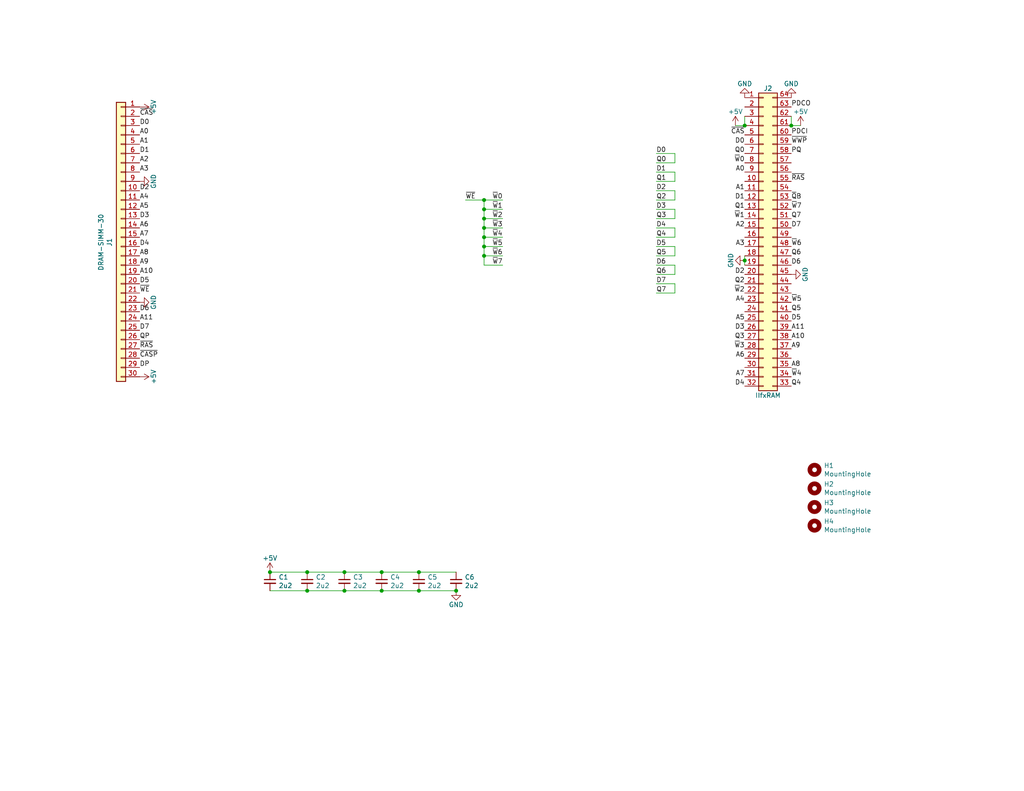
<source format=kicad_sch>
(kicad_sch (version 20211123) (generator eeschema)
  (paper "USLetter")
  (title_block (title "GW4192A") (date "2021-06-19") (rev "1.0") (company "Garrett's Workshop"))
  (lib_symbols
    (symbol "Connector_Generic:Conn_01x30" (pin_names (offset 1.016) hide)
      (property "Reference" "J" (at 0 38.1 0))
      (property "Value" "Conn_01x30" (at 0 -40.64 0))
      (symbol "Conn_01x30_1_1"
        (rectangle (start -1.27 -37.973) (end 0 -38.227) (stroke (width 0.1524)))
        (rectangle (start -1.27 -35.433) (end 0 -35.687) (stroke (width 0.1524)))
        (rectangle (start -1.27 -32.893) (end 0 -33.147) (stroke (width 0.1524)))
        (rectangle (start -1.27 -30.353) (end 0 -30.607) (stroke (width 0.1524)))
        (rectangle (start -1.27 -27.813) (end 0 -28.067) (stroke (width 0.1524)))
        (rectangle (start -1.27 -25.273) (end 0 -25.527) (stroke (width 0.1524)))
        (rectangle (start -1.27 -22.733) (end 0 -22.987) (stroke (width 0.1524)))
        (rectangle (start -1.27 -20.193) (end 0 -20.447) (stroke (width 0.1524)))
        (rectangle (start -1.27 -17.653) (end 0 -17.907) (stroke (width 0.1524)))
        (rectangle (start -1.27 -15.113) (end 0 -15.367) (stroke (width 0.1524)))
        (rectangle (start -1.27 -12.573) (end 0 -12.827) (stroke (width 0.1524)))
        (rectangle (start -1.27 -10.033) (end 0 -10.287) (stroke (width 0.1524)))
        (rectangle (start -1.27 -7.493) (end 0 -7.747) (stroke (width 0.1524)))
        (rectangle (start -1.27 -4.953) (end 0 -5.207) (stroke (width 0.1524)))
        (rectangle (start -1.27 -2.413) (end 0 -2.667) (stroke (width 0.1524)))
        (rectangle (start -1.27 0.127) (end 0 -0.127) (stroke (width 0.1524)))
        (rectangle (start -1.27 2.667) (end 0 2.413) (stroke (width 0.1524)))
        (rectangle (start -1.27 5.207) (end 0 4.953) (stroke (width 0.1524)))
        (rectangle (start -1.27 7.747) (end 0 7.493) (stroke (width 0.1524)))
        (rectangle (start -1.27 10.287) (end 0 10.033) (stroke (width 0.1524)))
        (rectangle (start -1.27 12.827) (end 0 12.573) (stroke (width 0.1524)))
        (rectangle (start -1.27 15.367) (end 0 15.113) (stroke (width 0.1524)))
        (rectangle (start -1.27 17.907) (end 0 17.653) (stroke (width 0.1524)))
        (rectangle (start -1.27 20.447) (end 0 20.193) (stroke (width 0.1524)))
        (rectangle (start -1.27 22.987) (end 0 22.733) (stroke (width 0.1524)))
        (rectangle (start -1.27 25.527) (end 0 25.273) (stroke (width 0.1524)))
        (rectangle (start -1.27 28.067) (end 0 27.813) (stroke (width 0.1524)))
        (rectangle (start -1.27 30.607) (end 0 30.353) (stroke (width 0.1524)))
        (rectangle (start -1.27 33.147) (end 0 32.893) (stroke (width 0.1524)))
        (rectangle (start -1.27 35.687) (end 0 35.433) (stroke (width 0.1524)))
        (rectangle (start -1.27 36.83) (end 1.27 -39.37) (stroke (width 0.254)) (fill (type background)))
        (pin passive line (at -5.08 35.56 0) (length 3.81) (name "Pin_1") (number "1"))
        (pin passive line (at -5.08 12.7 0) (length 3.81) (name "Pin_10") (number "10"))
        (pin passive line (at -5.08 10.16 0) (length 3.81) (name "Pin_11") (number "11"))
        (pin passive line (at -5.08 7.62 0) (length 3.81) (name "Pin_12") (number "12"))
        (pin passive line (at -5.08 5.08 0) (length 3.81) (name "Pin_13") (number "13"))
        (pin passive line (at -5.08 2.54 0) (length 3.81) (name "Pin_14") (number "14"))
        (pin passive line (at -5.08 0 0) (length 3.81) (name "Pin_15") (number "15"))
        (pin passive line (at -5.08 -2.54 0) (length 3.81) (name "Pin_16") (number "16"))
        (pin passive line (at -5.08 -5.08 0) (length 3.81) (name "Pin_17") (number "17"))
        (pin passive line (at -5.08 -7.62 0) (length 3.81) (name "Pin_18") (number "18"))
        (pin passive line (at -5.08 -10.16 0) (length 3.81) (name "Pin_19") (number "19"))
        (pin passive line (at -5.08 33.02 0) (length 3.81) (name "Pin_2") (number "2"))
        (pin passive line (at -5.08 -12.7 0) (length 3.81) (name "Pin_20") (number "20"))
        (pin passive line (at -5.08 -15.24 0) (length 3.81) (name "Pin_21") (number "21"))
        (pin passive line (at -5.08 -17.78 0) (length 3.81) (name "Pin_22") (number "22"))
        (pin passive line (at -5.08 -20.32 0) (length 3.81) (name "Pin_23") (number "23"))
        (pin passive line (at -5.08 -22.86 0) (length 3.81) (name "Pin_24") (number "24"))
        (pin passive line (at -5.08 -25.4 0) (length 3.81) (name "Pin_25") (number "25"))
        (pin passive line (at -5.08 -27.94 0) (length 3.81) (name "Pin_26") (number "26"))
        (pin passive line (at -5.08 -30.48 0) (length 3.81) (name "Pin_27") (number "27"))
        (pin passive line (at -5.08 -33.02 0) (length 3.81) (name "Pin_28") (number "28"))
        (pin passive line (at -5.08 -35.56 0) (length 3.81) (name "Pin_29") (number "29"))
        (pin passive line (at -5.08 30.48 0) (length 3.81) (name "Pin_3") (number "3"))
        (pin passive line (at -5.08 -38.1 0) (length 3.81) (name "Pin_30") (number "30"))
        (pin passive line (at -5.08 27.94 0) (length 3.81) (name "Pin_4") (number "4"))
        (pin passive line (at -5.08 25.4 0) (length 3.81) (name "Pin_5") (number "5"))
        (pin passive line (at -5.08 22.86 0) (length 3.81) (name "Pin_6") (number "6"))
        (pin passive line (at -5.08 20.32 0) (length 3.81) (name "Pin_7") (number "7"))
        (pin passive line (at -5.08 17.78 0) (length 3.81) (name "Pin_8") (number "8"))
        (pin passive line (at -5.08 15.24 0) (length 3.81) (name "Pin_9") (number "9"))
      )
    )
    (symbol "Connector_Generic:Conn_02x32_Counter_Clockwise" (pin_names (offset 1.016) hide)
      (property "Reference" "J" (at 1.27 40.64 0))
      (property "Value" "Conn_02x32_Counter_Clockwise" (at 1.27 -43.18 0))
      (symbol "Conn_02x32_Counter_Clockwise_1_1"
        (rectangle (start -1.27 -40.513) (end 0 -40.767) (stroke (width 0.1524)))
        (rectangle (start -1.27 -37.973) (end 0 -38.227) (stroke (width 0.1524)))
        (rectangle (start -1.27 -35.433) (end 0 -35.687) (stroke (width 0.1524)))
        (rectangle (start -1.27 -32.893) (end 0 -33.147) (stroke (width 0.1524)))
        (rectangle (start -1.27 -30.353) (end 0 -30.607) (stroke (width 0.1524)))
        (rectangle (start -1.27 -27.813) (end 0 -28.067) (stroke (width 0.1524)))
        (rectangle (start -1.27 -25.273) (end 0 -25.527) (stroke (width 0.1524)))
        (rectangle (start -1.27 -22.733) (end 0 -22.987) (stroke (width 0.1524)))
        (rectangle (start -1.27 -20.193) (end 0 -20.447) (stroke (width 0.1524)))
        (rectangle (start -1.27 -17.653) (end 0 -17.907) (stroke (width 0.1524)))
        (rectangle (start -1.27 -15.113) (end 0 -15.367) (stroke (width 0.1524)))
        (rectangle (start -1.27 -12.573) (end 0 -12.827) (stroke (width 0.1524)))
        (rectangle (start -1.27 -10.033) (end 0 -10.287) (stroke (width 0.1524)))
        (rectangle (start -1.27 -7.493) (end 0 -7.747) (stroke (width 0.1524)))
        (rectangle (start -1.27 -4.953) (end 0 -5.207) (stroke (width 0.1524)))
        (rectangle (start -1.27 -2.413) (end 0 -2.667) (stroke (width 0.1524)))
        (rectangle (start -1.27 0.127) (end 0 -0.127) (stroke (width 0.1524)))
        (rectangle (start -1.27 2.667) (end 0 2.413) (stroke (width 0.1524)))
        (rectangle (start -1.27 5.207) (end 0 4.953) (stroke (width 0.1524)))
        (rectangle (start -1.27 7.747) (end 0 7.493) (stroke (width 0.1524)))
        (rectangle (start -1.27 10.287) (end 0 10.033) (stroke (width 0.1524)))
        (rectangle (start -1.27 12.827) (end 0 12.573) (stroke (width 0.1524)))
        (rectangle (start -1.27 15.367) (end 0 15.113) (stroke (width 0.1524)))
        (rectangle (start -1.27 17.907) (end 0 17.653) (stroke (width 0.1524)))
        (rectangle (start -1.27 20.447) (end 0 20.193) (stroke (width 0.1524)))
        (rectangle (start -1.27 22.987) (end 0 22.733) (stroke (width 0.1524)))
        (rectangle (start -1.27 25.527) (end 0 25.273) (stroke (width 0.1524)))
        (rectangle (start -1.27 28.067) (end 0 27.813) (stroke (width 0.1524)))
        (rectangle (start -1.27 30.607) (end 0 30.353) (stroke (width 0.1524)))
        (rectangle (start -1.27 33.147) (end 0 32.893) (stroke (width 0.1524)))
        (rectangle (start -1.27 35.687) (end 0 35.433) (stroke (width 0.1524)))
        (rectangle (start -1.27 38.227) (end 0 37.973) (stroke (width 0.1524)))
        (rectangle (start -1.27 39.37) (end 3.81 -41.91) (stroke (width 0.254)) (fill (type background)))
        (rectangle (start 3.81 -40.513) (end 2.54 -40.767) (stroke (width 0.1524)))
        (rectangle (start 3.81 -37.973) (end 2.54 -38.227) (stroke (width 0.1524)))
        (rectangle (start 3.81 -35.433) (end 2.54 -35.687) (stroke (width 0.1524)))
        (rectangle (start 3.81 -32.893) (end 2.54 -33.147) (stroke (width 0.1524)))
        (rectangle (start 3.81 -30.353) (end 2.54 -30.607) (stroke (width 0.1524)))
        (rectangle (start 3.81 -27.813) (end 2.54 -28.067) (stroke (width 0.1524)))
        (rectangle (start 3.81 -25.273) (end 2.54 -25.527) (stroke (width 0.1524)))
        (rectangle (start 3.81 -22.733) (end 2.54 -22.987) (stroke (width 0.1524)))
        (rectangle (start 3.81 -20.193) (end 2.54 -20.447) (stroke (width 0.1524)))
        (rectangle (start 3.81 -17.653) (end 2.54 -17.907) (stroke (width 0.1524)))
        (rectangle (start 3.81 -15.113) (end 2.54 -15.367) (stroke (width 0.1524)))
        (rectangle (start 3.81 -12.573) (end 2.54 -12.827) (stroke (width 0.1524)))
        (rectangle (start 3.81 -10.033) (end 2.54 -10.287) (stroke (width 0.1524)))
        (rectangle (start 3.81 -7.493) (end 2.54 -7.747) (stroke (width 0.1524)))
        (rectangle (start 3.81 -4.953) (end 2.54 -5.207) (stroke (width 0.1524)))
        (rectangle (start 3.81 -2.413) (end 2.54 -2.667) (stroke (width 0.1524)))
        (rectangle (start 3.81 0.127) (end 2.54 -0.127) (stroke (width 0.1524)))
        (rectangle (start 3.81 2.667) (end 2.54 2.413) (stroke (width 0.1524)))
        (rectangle (start 3.81 5.207) (end 2.54 4.953) (stroke (width 0.1524)))
        (rectangle (start 3.81 7.747) (end 2.54 7.493) (stroke (width 0.1524)))
        (rectangle (start 3.81 10.287) (end 2.54 10.033) (stroke (width 0.1524)))
        (rectangle (start 3.81 12.827) (end 2.54 12.573) (stroke (width 0.1524)))
        (rectangle (start 3.81 15.367) (end 2.54 15.113) (stroke (width 0.1524)))
        (rectangle (start 3.81 17.907) (end 2.54 17.653) (stroke (width 0.1524)))
        (rectangle (start 3.81 20.447) (end 2.54 20.193) (stroke (width 0.1524)))
        (rectangle (start 3.81 22.987) (end 2.54 22.733) (stroke (width 0.1524)))
        (rectangle (start 3.81 25.527) (end 2.54 25.273) (stroke (width 0.1524)))
        (rectangle (start 3.81 28.067) (end 2.54 27.813) (stroke (width 0.1524)))
        (rectangle (start 3.81 30.607) (end 2.54 30.353) (stroke (width 0.1524)))
        (rectangle (start 3.81 33.147) (end 2.54 32.893) (stroke (width 0.1524)))
        (rectangle (start 3.81 35.687) (end 2.54 35.433) (stroke (width 0.1524)))
        (rectangle (start 3.81 38.227) (end 2.54 37.973) (stroke (width 0.1524)))
        (pin passive line (at -5.08 38.1 0) (length 3.81) (name "Pin_1") (number "1"))
        (pin passive line (at -5.08 15.24 0) (length 3.81) (name "Pin_10") (number "10"))
        (pin passive line (at -5.08 12.7 0) (length 3.81) (name "Pin_11") (number "11"))
        (pin passive line (at -5.08 10.16 0) (length 3.81) (name "Pin_12") (number "12"))
        (pin passive line (at -5.08 7.62 0) (length 3.81) (name "Pin_13") (number "13"))
        (pin passive line (at -5.08 5.08 0) (length 3.81) (name "Pin_14") (number "14"))
        (pin passive line (at -5.08 2.54 0) (length 3.81) (name "Pin_15") (number "15"))
        (pin passive line (at -5.08 0 0) (length 3.81) (name "Pin_16") (number "16"))
        (pin passive line (at -5.08 -2.54 0) (length 3.81) (name "Pin_17") (number "17"))
        (pin passive line (at -5.08 -5.08 0) (length 3.81) (name "Pin_18") (number "18"))
        (pin passive line (at -5.08 -7.62 0) (length 3.81) (name "Pin_19") (number "19"))
        (pin passive line (at -5.08 35.56 0) (length 3.81) (name "Pin_2") (number "2"))
        (pin passive line (at -5.08 -10.16 0) (length 3.81) (name "Pin_20") (number "20"))
        (pin passive line (at -5.08 -12.7 0) (length 3.81) (name "Pin_21") (number "21"))
        (pin passive line (at -5.08 -15.24 0) (length 3.81) (name "Pin_22") (number "22"))
        (pin passive line (at -5.08 -17.78 0) (length 3.81) (name "Pin_23") (number "23"))
        (pin passive line (at -5.08 -20.32 0) (length 3.81) (name "Pin_24") (number "24"))
        (pin passive line (at -5.08 -22.86 0) (length 3.81) (name "Pin_25") (number "25"))
        (pin passive line (at -5.08 -25.4 0) (length 3.81) (name "Pin_26") (number "26"))
        (pin passive line (at -5.08 -27.94 0) (length 3.81) (name "Pin_27") (number "27"))
        (pin passive line (at -5.08 -30.48 0) (length 3.81) (name "Pin_28") (number "28"))
        (pin passive line (at -5.08 -33.02 0) (length 3.81) (name "Pin_29") (number "29"))
        (pin passive line (at -5.08 33.02 0) (length 3.81) (name "Pin_3") (number "3"))
        (pin passive line (at -5.08 -35.56 0) (length 3.81) (name "Pin_30") (number "30"))
        (pin passive line (at -5.08 -38.1 0) (length 3.81) (name "Pin_31") (number "31"))
        (pin passive line (at -5.08 -40.64 0) (length 3.81) (name "Pin_32") (number "32"))
        (pin passive line (at 7.62 -40.64 180) (length 3.81) (name "Pin_33") (number "33"))
        (pin passive line (at 7.62 -38.1 180) (length 3.81) (name "Pin_34") (number "34"))
        (pin passive line (at 7.62 -35.56 180) (length 3.81) (name "Pin_35") (number "35"))
        (pin passive line (at 7.62 -33.02 180) (length 3.81) (name "Pin_36") (number "36"))
        (pin passive line (at 7.62 -30.48 180) (length 3.81) (name "Pin_37") (number "37"))
        (pin passive line (at 7.62 -27.94 180) (length 3.81) (name "Pin_38") (number "38"))
        (pin passive line (at 7.62 -25.4 180) (length 3.81) (name "Pin_39") (number "39"))
        (pin passive line (at -5.08 30.48 0) (length 3.81) (name "Pin_4") (number "4"))
        (pin passive line (at 7.62 -22.86 180) (length 3.81) (name "Pin_40") (number "40"))
        (pin passive line (at 7.62 -20.32 180) (length 3.81) (name "Pin_41") (number "41"))
        (pin passive line (at 7.62 -17.78 180) (length 3.81) (name "Pin_42") (number "42"))
        (pin passive line (at 7.62 -15.24 180) (length 3.81) (name "Pin_43") (number "43"))
        (pin passive line (at 7.62 -12.7 180) (length 3.81) (name "Pin_44") (number "44"))
        (pin passive line (at 7.62 -10.16 180) (length 3.81) (name "Pin_45") (number "45"))
        (pin passive line (at 7.62 -7.62 180) (length 3.81) (name "Pin_46") (number "46"))
        (pin passive line (at 7.62 -5.08 180) (length 3.81) (name "Pin_47") (number "47"))
        (pin passive line (at 7.62 -2.54 180) (length 3.81) (name "Pin_48") (number "48"))
        (pin passive line (at 7.62 0 180) (length 3.81) (name "Pin_49") (number "49"))
        (pin passive line (at -5.08 27.94 0) (length 3.81) (name "Pin_5") (number "5"))
        (pin passive line (at 7.62 2.54 180) (length 3.81) (name "Pin_50") (number "50"))
        (pin passive line (at 7.62 5.08 180) (length 3.81) (name "Pin_51") (number "51"))
        (pin passive line (at 7.62 7.62 180) (length 3.81) (name "Pin_52") (number "52"))
        (pin passive line (at 7.62 10.16 180) (length 3.81) (name "Pin_53") (number "53"))
        (pin passive line (at 7.62 12.7 180) (length 3.81) (name "Pin_54") (number "54"))
        (pin passive line (at 7.62 15.24 180) (length 3.81) (name "Pin_55") (number "55"))
        (pin passive line (at 7.62 17.78 180) (length 3.81) (name "Pin_56") (number "56"))
        (pin passive line (at 7.62 20.32 180) (length 3.81) (name "Pin_57") (number "57"))
        (pin passive line (at 7.62 22.86 180) (length 3.81) (name "Pin_58") (number "58"))
        (pin passive line (at 7.62 25.4 180) (length 3.81) (name "Pin_59") (number "59"))
        (pin passive line (at -5.08 25.4 0) (length 3.81) (name "Pin_6") (number "6"))
        (pin passive line (at 7.62 27.94 180) (length 3.81) (name "Pin_60") (number "60"))
        (pin passive line (at 7.62 30.48 180) (length 3.81) (name "Pin_61") (number "61"))
        (pin passive line (at 7.62 33.02 180) (length 3.81) (name "Pin_62") (number "62"))
        (pin passive line (at 7.62 35.56 180) (length 3.81) (name "Pin_63") (number "63"))
        (pin passive line (at 7.62 38.1 180) (length 3.81) (name "Pin_64") (number "64"))
        (pin passive line (at -5.08 22.86 0) (length 3.81) (name "Pin_7") (number "7"))
        (pin passive line (at -5.08 20.32 0) (length 3.81) (name "Pin_8") (number "8"))
        (pin passive line (at -5.08 17.78 0) (length 3.81) (name "Pin_9") (number "9"))
      )
    )
    (symbol "Device:C_Small" (pin_numbers hide) (pin_names (offset 0.254) hide)
      (property "Reference" "C" (at 0.254 1.778 0))
      (property "Value" "C_Small" (at 0.254 -2.032 0))
      (symbol "C_Small_0_1"
        (polyline (pts (xy -1.524 -0.508) (xy 1.524 -0.508)) (stroke (width 0.3302)))
        (polyline (pts (xy -1.524 0.508) (xy 1.524 0.508)) (stroke (width 0.3048)))
      )
      (symbol "C_Small_1_1"
        (pin passive line (at 0 2.54 270) (length 2.032) (name "~") (number "1"))
        (pin passive line (at 0 -2.54 90) (length 2.032) (name "~") (number "2"))
      )
    )
    (symbol "Mechanical:MountingHole" (pin_names (offset 1.016))
      (property "Reference" "H" (at 0 5.08 0))
      (property "Value" "MountingHole" (at 0 3.175 0))
      (symbol "MountingHole_0_1"
        (circle (center 0 0) (radius 1.27) (stroke (width 1.27)))
      )
    )
    (symbol "power:+5V" (power) (pin_names (offset 0))
      (property "Value" "+5V" (at 0 3.556 0))
      (symbol "+5V_0_1"
        (polyline (pts (xy -0.762 1.27) (xy 0 2.54)))
        (polyline (pts (xy 0 0) (xy 0 2.54)))
        (polyline (pts (xy 0 2.54) (xy 0.762 1.27)))
      )
      (symbol "+5V_1_1"
        (pin power_in line (at 0 0 90) (length 0) hide (name "+5V") (number "1"))
      )
    )
    (symbol "power:GND" (power) (pin_names (offset 0))
      (property "Value" "GND" (at 0 -3.81 0))
      (symbol "GND_0_1"
        (polyline (pts (xy 0 0) (xy 0 -1.27) (xy 1.27 -1.27) (xy 0 -2.54) (xy -1.27 -1.27) (xy 0 -1.27)))
      )
      (symbol "GND_1_1"
        (pin power_in line (at 0 0 270) (length 0) hide (name "GND") (number "1"))
      )
    )
  )
  (junction (at 203.2 34.29))
  (junction (at 83.82 156.21))
  (junction (at 83.82 161.29))
  (junction (at 132.08 64.77))
  (junction (at 73.66 156.21))
  (junction (at 132.08 62.23))
  (junction (at 104.14 161.29))
  (junction (at 132.08 57.15))
  (junction (at 132.08 54.61))
  (junction (at 93.98 161.29))
  (junction (at 132.08 67.31))
  (junction (at 114.3 156.21))
  (junction (at 104.14 156.21))
  (junction (at 124.46 161.29))
  (junction (at 132.08 69.85))
  (junction (at 114.3 161.29))
  (junction (at 215.9 34.29))
  (junction (at 93.98 156.21))
  (junction (at 203.2 71.12))
  (junction (at 132.08 59.69))
  (no_connect (at -43.18 44.45))
  (wire (pts (xy 215.9 31.75) (xy 215.9 34.29)))
  (wire (pts (xy 132.08 57.15) (xy 132.08 59.69)))
  (wire (pts (xy 124.46 156.21) (xy 114.3 156.21)))
  (wire (pts (xy 184.15 80.01) (xy 179.07 80.01)))
  (wire (pts (xy 179.07 52.07) (xy 184.15 52.07)))
  (wire (pts (xy 137.16 64.77) (xy 132.08 64.77)))
  (wire (pts (xy 132.08 72.39) (xy 137.16 72.39)))
  (wire (pts (xy 73.66 156.21) (xy 83.82 156.21)))
  (wire (pts (xy 132.08 67.31) (xy 137.16 67.31)))
  (wire (pts (xy 179.07 46.99) (xy 184.15 46.99)))
  (wire (pts (xy 184.15 41.91) (xy 179.07 41.91)))
  (wire (pts (xy 104.14 156.21) (xy 93.98 156.21)))
  (wire (pts (xy 184.15 72.39) (xy 184.15 74.93)))
  (wire (pts (xy 132.08 62.23) (xy 137.16 62.23)))
  (wire (pts (xy 184.15 52.07) (xy 184.15 54.61)))
  (wire (pts (xy 132.08 67.31) (xy 132.08 69.85)))
  (wire (pts (xy 184.15 62.23) (xy 184.15 64.77)))
  (wire (pts (xy 104.14 161.29) (xy 114.3 161.29)))
  (wire (pts (xy 132.08 64.77) (xy 132.08 67.31)))
  (wire (pts (xy 179.07 77.47) (xy 184.15 77.47)))
  (wire (pts (xy 179.07 44.45) (xy 184.15 44.45)))
  (wire (pts (xy 184.15 49.53) (xy 179.07 49.53)))
  (wire (pts (xy 184.15 59.69) (xy 179.07 59.69)))
  (wire (pts (xy 203.2 69.85) (xy 203.2 71.12)))
  (wire (pts (xy 184.15 77.47) (xy 184.15 80.01)))
  (wire (pts (xy 184.15 46.99) (xy 184.15 49.53)))
  (wire (pts (xy 132.08 57.15) (xy 137.16 57.15)))
  (wire (pts (xy 132.08 62.23) (xy 132.08 64.77)))
  (wire (pts (xy 132.08 54.61) (xy 137.16 54.61)))
  (wire (pts (xy 127 54.61) (xy 132.08 54.61)))
  (wire (pts (xy 184.15 57.15) (xy 184.15 59.69)))
  (wire (pts (xy 132.08 69.85) (xy 132.08 72.39)))
  (wire (pts (xy 184.15 41.91) (xy 184.15 44.45)))
  (wire (pts (xy 83.82 161.29) (xy 73.66 161.29)))
  (wire (pts (xy 184.15 69.85) (xy 179.07 69.85)))
  (wire (pts (xy 137.16 59.69) (xy 132.08 59.69)))
  (wire (pts (xy 184.15 54.61) (xy 179.07 54.61)))
  (wire (pts (xy 93.98 156.21) (xy 83.82 156.21)))
  (wire (pts (xy 184.15 67.31) (xy 184.15 69.85)))
  (wire (pts (xy 137.16 69.85) (xy 132.08 69.85)))
  (wire (pts (xy 179.07 67.31) (xy 184.15 67.31)))
  (wire (pts (xy 218.44 34.29) (xy 215.9 34.29)))
  (wire (pts (xy 203.2 71.12) (xy 203.2 72.39)))
  (wire (pts (xy 114.3 161.29) (xy 124.46 161.29)))
  (wire (pts (xy 132.08 54.61) (xy 132.08 57.15)))
  (wire (pts (xy 184.15 74.93) (xy 179.07 74.93)))
  (wire (pts (xy 200.66 34.29) (xy 203.2 34.29)))
  (wire (pts (xy 179.07 57.15) (xy 184.15 57.15)))
  (wire (pts (xy 179.07 62.23) (xy 184.15 62.23)))
  (wire (pts (xy 184.15 64.77) (xy 179.07 64.77)))
  (wire (pts (xy 114.3 156.21) (xy 104.14 156.21)))
  (wire (pts (xy 83.82 161.29) (xy 93.98 161.29)))
  (wire (pts (xy 179.07 72.39) (xy 184.15 72.39)))
  (wire (pts (xy 203.2 31.75) (xy 203.2 34.29)))
  (wire (pts (xy 93.98 161.29) (xy 104.14 161.29)))
  (wire (pts (xy 132.08 59.69) (xy 132.08 62.23)))
  (label "Q7" (at 215.9 59.69 0))
  (label "Q2" (at 179.07 54.61 0))
  (label "A3" (at 203.2 67.31 180))
  (label "~{W}6" (at 215.9 67.31 0))
  (label "A0" (at 38.1 36.83 0))
  (label "~{W}4" (at 215.9 102.87 0))
  (label "PDCI" (at 215.9 36.83 0))
  (label "~{W}7" (at 215.9 57.15 0))
  (label "A11" (at 215.9 90.17 0))
  (label "D4" (at 179.07 62.23 0))
  (label "A7" (at 203.2 102.87 180))
  (label "D2" (at 179.07 52.07 0))
  (label "Q3" (at 179.07 59.69 0))
  (label "D1" (at 179.07 46.99 0))
  (label "PQ" (at 215.9 41.91 0))
  (label "Q4" (at 215.9 105.41 0))
  (label "Q7" (at 179.07 80.01 0))
  (label "Q1" (at 179.07 49.53 0))
  (label "D6" (at 215.9 72.39 0))
  (label "Q4" (at 179.07 64.77 0))
  (label "D0" (at 179.07 41.91 0))
  (label "~{Q}B" (at 215.9 54.61 0))
  (label "~{W}5" (at 215.9 82.55 0))
  (label "~{W}1" (at 137.16 57.15 180))
  (label "A7" (at 38.1 64.77 0))
  (label "A6" (at 203.2 97.79 180))
  (label "D5" (at 215.9 87.63 0))
  (label "~{W}4" (at 137.16 64.77 180))
  (label "D3" (at 203.2 90.17 180))
  (label "A4" (at 203.2 82.55 180))
  (label "D6" (at 38.1 85.09 0))
  (label "~{W}7" (at 137.16 72.39 180))
  (label "A8" (at 38.1 69.85 0))
  (label "~{RAS}" (at 215.9 49.53 0))
  (label "Q6" (at 179.07 74.93 0))
  (label "D5" (at 38.1 77.47 0))
  (label "A9" (at 215.9 95.25 0))
  (label "~{W}2" (at 203.2 80.01 180))
  (label "D7" (at 38.1 90.17 0))
  (label "A11" (at 38.1 87.63 0))
  (label "Q5" (at 179.07 69.85 0))
  (label "D5" (at 179.07 67.31 0))
  (label "~{WE}" (at 38.1 80.01 0))
  (label "D1" (at 38.1 41.91 0))
  (label "Q6" (at 215.9 69.85 0))
  (label "D4" (at 203.2 105.41 180))
  (label "D2" (at 203.2 74.93 180))
  (label "~{W}5" (at 137.16 67.31 180))
  (label "A1" (at 38.1 39.37 0))
  (label "~{W}0" (at 203.2 44.45 180))
  (label "~{WWP}" (at 215.9 39.37 0))
  (label "PDCO" (at 215.9 29.21 0))
  (label "D3" (at 179.07 57.15 0))
  (label "A9" (at 38.1 72.39 0))
  (label "A10" (at 215.9 92.71 0))
  (label "Q1" (at 203.2 57.15 180))
  (label "A5" (at 38.1 57.15 0))
  (label "Q0" (at 179.07 44.45 0))
  (label "A0" (at 203.2 46.99 180))
  (label "D3" (at 38.1 59.69 0))
  (label "D0" (at 38.1 34.29 0))
  (label "~{W}2" (at 137.16 59.69 180))
  (label "~{CASP}" (at 38.1 97.79 0))
  (label "D6" (at 179.07 72.39 0))
  (label "Q3" (at 203.2 92.71 180))
  (label "A5" (at 203.2 87.63 180))
  (label "~{W}0" (at 137.16 54.61 180))
  (label "A1" (at 203.2 52.07 180))
  (label "D0" (at 203.2 39.37 180))
  (label "~{RAS}" (at 38.1 95.25 0))
  (label "~{W}3" (at 203.2 95.25 180))
  (label "Q2" (at 203.2 77.47 180))
  (label "A3" (at 38.1 46.99 0))
  (label "~{CAS}" (at 203.2 36.83 180))
  (label "A2" (at 203.2 62.23 180))
  (label "~{W}6" (at 137.16 69.85 180))
  (label "~{W}1" (at 203.2 59.69 180))
  (label "QP" (at 38.1 92.71 0))
  (label "A4" (at 38.1 54.61 0))
  (label "DP" (at 38.1 100.33 0))
  (label "D7" (at 179.07 77.47 0))
  (label "A6" (at 38.1 62.23 0))
  (label "~{WE}" (at 127 54.61 0))
  (label "D2" (at 38.1 52.07 0))
  (label "D7" (at 215.9 62.23 0))
  (label "~{CAS}" (at 38.1 31.75 0))
  (label "A2" (at 38.1 44.45 0))
  (label "D4" (at 38.1 67.31 0))
  (label "Q5" (at 215.9 85.09 0))
  (label "A10" (at 38.1 74.93 0))
  (label "D1" (at 203.2 54.61 180))
  (label "A8" (at 215.9 100.33 0))
  (label "~{W}3" (at 137.16 62.23 180))
  (label "Q0" (at 203.2 41.91 180))
  (symbol (lib_id "Connector_Generic:Conn_01x30") (at 33.02 64.77 0) (mirror y) (unit 1)
    (property "Reference" "J1" (at 29.8704 66.1416 90))
    (property "Value" "DRAM-SIMM-30" (at 27.559 66.1416 90))
    (property "Footprint" "stdpads:SIMM-30_Edge" (effects hide))
  )
  (symbol (lib_id "power:+5V") (at 38.1 102.87 270) (unit 1)
    (property "Reference" "#PWR0101" (effects hide))
    (property "Value" "+5V" (at 41.91 102.87 0))
  )
  (symbol (lib_id "power:+5V") (at 38.1 29.21 270) (unit 1)
    (property "Reference" "#PWR0102" (effects hide))
    (property "Value" "+5V" (at 41.91 29.21 0))
  )
  (symbol (lib_id "power:GND") (at 38.1 82.55 90) (unit 1)
    (property "Reference" "#PWR0103" (effects hide))
    (property "Value" "GND" (at 41.91 82.55 0))
  )
  (symbol (lib_id "power:GND") (at 38.1 49.53 90) (unit 1)
    (property "Reference" "#PWR0104" (effects hide))
    (property "Value" "GND" (at 41.91 49.53 0))
  )
  (symbol (lib_id "Device:C_Small") (at 73.66 158.75 0) (unit 1)
    (property "Reference" "C1" (at 75.9968 157.5816 0) (effects (justify left)))
    (property "Value" "2u2" (at 75.9968 159.893 0) (effects (justify left)))
    (property "Footprint" "stdpads:C_0805" (effects hide))
  )
  (symbol (lib_id "Device:C_Small") (at 83.82 158.75 0) (unit 1)
    (property "Reference" "C2" (at 86.1568 157.5816 0) (effects (justify left)))
    (property "Value" "2u2" (at 86.1568 159.893 0) (effects (justify left)))
    (property "Footprint" "stdpads:C_0805" (effects hide))
  )
  (symbol (lib_id "power:+5V") (at 73.66 156.21 0) (unit 1)
    (property "Reference" "#PWR0113" (effects hide))
    (property "Value" "+5V" (at 73.66 152.4 0))
  )
  (symbol (lib_id "Device:C_Small") (at 93.98 158.75 0) (unit 1)
    (property "Reference" "C3" (at 96.3168 157.5816 0) (effects (justify left)))
    (property "Value" "2u2" (at 96.3168 159.893 0) (effects (justify left)))
    (property "Footprint" "stdpads:C_0805" (effects hide))
  )
  (symbol (lib_id "Device:C_Small") (at 104.14 158.75 0) (unit 1)
    (property "Reference" "C4" (at 106.4768 157.5816 0) (effects (justify left)))
    (property "Value" "2u2" (at 106.4768 159.893 0) (effects (justify left)))
    (property "Footprint" "stdpads:C_0805" (effects hide))
  )
  (symbol (lib_id "Device:C_Small") (at 114.3 158.75 0) (unit 1)
    (property "Reference" "C5" (at 116.6368 157.5816 0) (effects (justify left)))
    (property "Value" "2u2" (at 116.6368 159.893 0) (effects (justify left)))
    (property "Footprint" "stdpads:C_0805" (effects hide))
  )
  (symbol (lib_id "Connector_Generic:Conn_02x32_Counter_Clockwise") (at 208.28 64.77 0) (unit 1)
    (property "Reference" "J2" (at 209.55 24.13 0))
    (property "Value" "IIfxRAM" (at 209.55 107.95 0))
    (property "Footprint" "stdpads:SIMM-64_Socket_TH_P1.27mm" (effects hide))
  )
  (symbol (lib_id "Mechanical:MountingHole") (at 222.25 128.27 0) (unit 1)
    (property "Reference" "H1" (at 224.79 127.1016 0) (effects (justify left)))
    (property "Value" "MountingHole" (at 224.79 129.413 0) (effects (justify left)))
    (property "Footprint" "stdpads:PasteHole_1.152mm_NPTH" (effects hide))
  )
  (symbol (lib_id "Mechanical:MountingHole") (at 222.25 133.35 0) (unit 1)
    (property "Reference" "H2" (at 224.79 132.1816 0) (effects (justify left)))
    (property "Value" "MountingHole" (at 224.79 134.493 0) (effects (justify left)))
    (property "Footprint" "stdpads:PasteHole_1.152mm_NPTH" (effects hide))
  )
  (symbol (lib_id "Mechanical:MountingHole") (at 222.25 138.43 0) (unit 1)
    (property "Reference" "H3" (at 224.79 137.2616 0) (effects (justify left)))
    (property "Value" "MountingHole" (at 224.79 139.573 0) (effects (justify left)))
    (property "Footprint" "stdpads:PasteHole_1.152mm_NPTH" (effects hide))
  )
  (symbol (lib_id "Mechanical:MountingHole") (at 222.25 143.51 0) (unit 1)
    (property "Reference" "H4" (at 224.79 142.3416 0) (effects (justify left)))
    (property "Value" "MountingHole" (at 224.79 144.653 0) (effects (justify left)))
    (property "Footprint" "stdpads:PasteHole_1.152mm_NPTH" (effects hide))
  )
  (symbol (lib_id "power:GND") (at 203.2 26.67 180) (unit 1)
    (property "Reference" "#PWR0107" (effects hide))
    (property "Value" "GND" (at 203.2 22.86 0))
  )
  (symbol (lib_id "power:GND") (at 203.2 71.12 270) (unit 1)
    (property "Reference" "#PWR0108" (effects hide))
    (property "Value" "GND" (at 199.39 71.12 0))
  )
  (symbol (lib_id "power:+5V") (at 200.66 34.29 0) (unit 1)
    (property "Reference" "#PWR0109" (effects hide))
    (property "Value" "+5V" (at 200.66 30.48 0))
  )
  (symbol (lib_id "power:GND") (at 215.9 26.67 180) (unit 1)
    (property "Reference" "#PWR0111" (effects hide))
    (property "Value" "GND" (at 215.9 22.86 0))
  )
  (symbol (lib_id "power:+5V") (at 218.44 34.29 0) (mirror y) (unit 1)
    (property "Reference" "#PWR0105" (effects hide))
    (property "Value" "+5V" (at 218.44 30.48 0))
  )
  (symbol (lib_id "power:GND") (at 215.9 74.93 90) (unit 1)
    (property "Reference" "#PWR0106" (effects hide))
    (property "Value" "GND" (at 219.71 74.93 0))
  )
  (symbol (lib_id "power:GND") (at 124.46 161.29 0) (unit 1)
    (property "Reference" "#PWR?" (effects hide))
    (property "Value" "GND" (at 124.46 165.1 0))
  )
  (symbol (lib_id "Device:C_Small") (at 124.46 158.75 0) (unit 1)
    (property "Reference" "C6" (at 126.7968 157.5816 0) (effects (justify left)))
    (property "Value" "2u2" (at 126.7968 159.893 0) (effects (justify left)))
    (property "Footprint" "stdpads:C_0805" (effects hide))
  )
)
</source>
